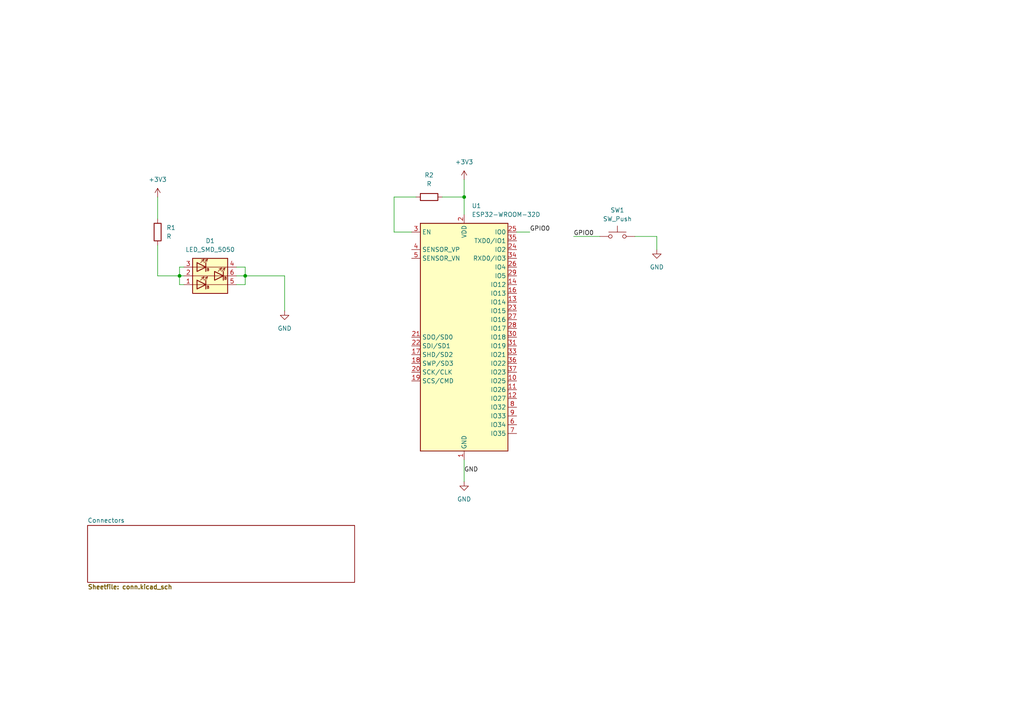
<source format=kicad_sch>
(kicad_sch (version 20231120) (generator "eeschema") (generator_version "8.0")
  (paper "A4")
  (lib_symbols
    (symbol "Alexander_Library_Symbols:LED_SMD_5050" (pin_names hide)
      (property "Reference" "D" (at -5.08 6.35 0))
      (property "Value" "LED_SMD_5050" (at -5.08 -6.35 0))
      (symbol "LED_SMD_5050_0_0"
        (text "B" (at -0.635 -3.3274 0) (effects (font (size 0.762 0.762))))
      )
      (symbol "LED_SMD_5050_0_1"
        (rectangle (start -5.08 5.08) (end 5.08 -5.08) (stroke (width 0.254)) (fill (type background)))
        (polyline (pts (xy -5.08 -2.54) (xy 5.08 -2.54)))
        (polyline (pts (xy -5.08 0) (xy 5.08 0)))
        (polyline (pts (xy -5.08 2.54) (xy 5.08 2.54)))
        (polyline (pts (xy -2.794 -1.27) (xy -1.778 -0.254)))
        (polyline (pts (xy -2.794 3.81) (xy -1.778 4.826)))
        (polyline (pts (xy -1.778 -1.27) (xy -0.762 -0.254)))
        (polyline (pts (xy -1.778 3.81) (xy -0.762 4.826)))
        (polyline (pts (xy -1.27 -1.27) (xy -1.27 -3.81)) (stroke (width 0.254)))
        (polyline (pts (xy -1.27 3.81) (xy -1.27 1.27)) (stroke (width 0.254)))
        (polyline (pts (xy 2.286 1.27) (xy 3.302 2.286)))
        (polyline (pts (xy 3.302 1.27) (xy 4.318 2.286)))
        (polyline (pts (xy 3.81 1.27) (xy 3.81 -1.27)) (stroke (width 0.254)))
        (polyline (pts (xy -2.54 4.572) (xy -1.778 4.826) (xy -2.032 4.064)))
        (polyline (pts (xy -2.032 -1.016) (xy -1.778 -0.254) (xy -2.54 -0.508)))
        (polyline (pts (xy -1.524 -0.508) (xy -0.762 -0.254) (xy -1.016 -1.016)))
        (polyline (pts (xy -1.524 4.572) (xy -0.762 4.826) (xy -1.016 4.064)))
        (polyline (pts (xy 3.048 1.524) (xy 3.302 2.286) (xy 2.54 2.032)))
        (polyline (pts (xy 3.556 2.032) (xy 4.318 2.286) (xy 4.064 1.524)))
        (polyline (pts (xy -3.81 -1.27) (xy -3.81 -3.81) (xy -1.27 -2.54) (xy -3.81 -1.27)) (stroke (width 0.254)))
        (polyline (pts (xy -3.81 3.81) (xy -3.81 1.27) (xy -1.27 2.54) (xy -3.81 3.81)) (stroke (width 0.254)))
        (polyline (pts (xy 1.27 1.27) (xy 1.27 -1.27) (xy 3.81 0) (xy 1.27 1.27)) (stroke (width 0.254)))
      )
      (symbol "LED_SMD_5050_1_0"
        (text "B" (at -0.635 1.8034 0) (effects (font (size 0.762 0.762))))
        (text "B" (at 4.4196 -0.7112 0) (effects (font (size 0.762 0.762))))
      )
      (symbol "LED_SMD_5050_1_1"
        (pin passive line (at -7.62 -2.54 0) (length 2.54) (name "AB") (number "1"))
        (pin passive line (at -7.62 0 0) (length 2.54) (name "KB") (number "2"))
        (pin passive line (at -7.62 2.54 0) (length 2.54) (name "AR") (number "3"))
        (pin passive line (at 7.62 2.54 180) (length 2.54) (name "KR") (number "4"))
        (pin passive line (at 7.62 -2.54 180) (length 2.54) (name "AG") (number "5"))
        (pin passive line (at 7.62 0 180) (length 2.54) (name "KR") (number "6"))
      )
    )
    (symbol "Device:R" (pin_numbers hide) (pin_names (offset 0))
      (property "Reference" "R" (at 2.032 0 90))
      (property "Value" "R" (at 0 0 90))
      (symbol "R_0_1"
        (rectangle (start -1.016 -2.54) (end 1.016 2.54) (stroke (width 0.254)))
      )
      (symbol "R_1_1"
        (pin passive line (at 0 3.81 270) (length 1.27) (name "~") (number "1"))
        (pin passive line (at 0 -3.81 90) (length 1.27) (name "~") (number "2"))
      )
    )
    (symbol "RF_Module:ESP32-WROOM-32D"
      (property "Reference" "U" (at -12.7 34.29 0))
      (property "Value" "ESP32-WROOM-32D" (at 1.27 34.29 0))
      (symbol "ESP32-WROOM-32D_0_1"
        (rectangle (start -12.7 33.02) (end 12.7 -33.02) (stroke (width 0.254)) (fill (type background)))
      )
      (symbol "ESP32-WROOM-32D_1_1"
        (pin power_in line (at 0 -35.56 90) (length 2.54) (name "GND") (number "1"))
        (pin bidirectional line (at 15.24 -12.7 180) (length 2.54) (name "IO25") (number "10"))
        (pin bidirectional line (at 15.24 -15.24 180) (length 2.54) (name "IO26") (number "11"))
        (pin bidirectional line (at 15.24 -17.78 180) (length 2.54) (name "IO27") (number "12"))
        (pin bidirectional line (at 15.24 10.16 180) (length 2.54) (name "IO14") (number "13"))
        (pin bidirectional line (at 15.24 15.24 180) (length 2.54) (name "IO12") (number "14"))
        (pin passive line (at 0 -35.56 90) (length 2.54) hide (name "GND") (number "15"))
        (pin bidirectional line (at 15.24 12.7 180) (length 2.54) (name "IO13") (number "16"))
        (pin bidirectional line (at -15.24 -5.08 0) (length 2.54) (name "SHD/SD2") (number "17"))
        (pin bidirectional line (at -15.24 -7.62 0) (length 2.54) (name "SWP/SD3") (number "18"))
        (pin bidirectional line (at -15.24 -12.7 0) (length 2.54) (name "SCS/CMD") (number "19"))
        (pin power_in line (at 0 35.56 270) (length 2.54) (name "VDD") (number "2"))
        (pin bidirectional line (at -15.24 -10.16 0) (length 2.54) (name "SCK/CLK") (number "20"))
        (pin bidirectional line (at -15.24 0 0) (length 2.54) (name "SDO/SD0") (number "21"))
        (pin bidirectional line (at -15.24 -2.54 0) (length 2.54) (name "SDI/SD1") (number "22"))
        (pin bidirectional line (at 15.24 7.62 180) (length 2.54) (name "IO15") (number "23"))
        (pin bidirectional line (at 15.24 25.4 180) (length 2.54) (name "IO2") (number "24"))
        (pin bidirectional line (at 15.24 30.48 180) (length 2.54) (name "IO0") (number "25"))
        (pin bidirectional line (at 15.24 20.32 180) (length 2.54) (name "IO4") (number "26"))
        (pin bidirectional line (at 15.24 5.08 180) (length 2.54) (name "IO16") (number "27"))
        (pin bidirectional line (at 15.24 2.54 180) (length 2.54) (name "IO17") (number "28"))
        (pin bidirectional line (at 15.24 17.78 180) (length 2.54) (name "IO5") (number "29"))
        (pin input line (at -15.24 30.48 0) (length 2.54) (name "EN") (number "3"))
        (pin bidirectional line (at 15.24 0 180) (length 2.54) (name "IO18") (number "30"))
        (pin bidirectional line (at 15.24 -2.54 180) (length 2.54) (name "IO19") (number "31"))
        (pin no_connect line (at -12.7 -27.94 0) (length 2.54) hide (name "NC") (number "32"))
        (pin bidirectional line (at 15.24 -5.08 180) (length 2.54) (name "IO21") (number "33"))
        (pin bidirectional line (at 15.24 22.86 180) (length 2.54) (name "RXD0/IO3") (number "34"))
        (pin bidirectional line (at 15.24 27.94 180) (length 2.54) (name "TXD0/IO1") (number "35"))
        (pin bidirectional line (at 15.24 -7.62 180) (length 2.54) (name "IO22") (number "36"))
        (pin bidirectional line (at 15.24 -10.16 180) (length 2.54) (name "IO23") (number "37"))
        (pin passive line (at 0 -35.56 90) (length 2.54) hide (name "GND") (number "38"))
        (pin passive line (at 0 -35.56 90) (length 2.54) hide (name "GND") (number "39"))
        (pin input line (at -15.24 25.4 0) (length 2.54) (name "SENSOR_VP") (number "4"))
        (pin input line (at -15.24 22.86 0) (length 2.54) (name "SENSOR_VN") (number "5"))
        (pin input line (at 15.24 -25.4 180) (length 2.54) (name "IO34") (number "6"))
        (pin input line (at 15.24 -27.94 180) (length 2.54) (name "IO35") (number "7"))
        (pin bidirectional line (at 15.24 -20.32 180) (length 2.54) (name "IO32") (number "8"))
        (pin bidirectional line (at 15.24 -22.86 180) (length 2.54) (name "IO33") (number "9"))
      )
    )
    (symbol "Switch:SW_Push" (pin_numbers hide) (pin_names (offset 1.016) hide)
      (property "Reference" "SW" (at 1.27 2.54 0))
      (property "Value" "SW_Push" (at 0 -1.524 0))
      (symbol "SW_Push_0_1"
        (circle (center -2.032 0) (radius 0.508))
        (polyline (pts (xy 0 1.27) (xy 0 3.048)))
        (polyline (pts (xy 2.54 1.27) (xy -2.54 1.27)))
        (circle (center 2.032 0) (radius 0.508))
        (pin passive line (at -5.08 0 0) (length 2.54) (name "1") (number "1"))
        (pin passive line (at 5.08 0 180) (length 2.54) (name "2") (number "2"))
      )
    )
    (symbol "power:+3V3" (power) (pin_numbers hide) (pin_names (offset 0) hide)
      (property "Value" "+3V3" (at 0 3.556 0))
      (symbol "+3V3_0_1"
        (polyline (pts (xy -0.762 1.27) (xy 0 2.54)))
        (polyline (pts (xy 0 0) (xy 0 2.54)))
        (polyline (pts (xy 0 2.54) (xy 0.762 1.27)))
      )
      (symbol "+3V3_1_1"
        (pin power_in line (at 0 0 90) (length 0) (name "~") (number "1"))
      )
    )
    (symbol "power:GND" (power) (pin_numbers hide) (pin_names (offset 0) hide)
      (property "Value" "GND" (at 0 -3.81 0))
      (symbol "GND_0_1"
        (polyline (pts (xy 0 0) (xy 0 -1.27) (xy 1.27 -1.27) (xy 0 -2.54) (xy -1.27 -1.27) (xy 0 -1.27)))
      )
      (symbol "GND_1_1"
        (pin power_in line (at 0 0 270) (length 0) (name "~") (number "1"))
      )
    )
  )
  (junction (at 52.07 80.01))
  (junction (at 134.62 57.15))
  (junction (at 71.12 80.01))
  (wire (pts (xy 128.27 57.15) (xy 134.62 57.15)))
  (wire (pts (xy 190.5 68.58) (xy 190.5 72.39)))
  (wire (pts (xy 71.12 82.55) (xy 71.12 80.01)))
  (wire (pts (xy 71.12 80.01) (xy 82.55 80.01)))
  (wire (pts (xy 68.58 82.55) (xy 71.12 82.55)))
  (wire (pts (xy 45.72 71.12) (xy 45.72 80.01)))
  (wire (pts (xy 134.62 52.07) (xy 134.62 57.15)))
  (wire (pts (xy 71.12 77.47) (xy 71.12 80.01)))
  (wire (pts (xy 68.58 77.47) (xy 71.12 77.47)))
  (wire (pts (xy 52.07 80.01) (xy 53.34 80.01)))
  (wire (pts (xy 166.37 68.58) (xy 173.99 68.58)))
  (wire (pts (xy 45.72 80.01) (xy 52.07 80.01)))
  (wire (pts (xy 114.3 67.31) (xy 114.3 57.15)))
  (wire (pts (xy 82.55 80.01) (xy 82.55 90.17)))
  (wire (pts (xy 52.07 82.55) (xy 52.07 80.01)))
  (wire (pts (xy 119.38 67.31) (xy 114.3 67.31)))
  (wire (pts (xy 68.58 80.01) (xy 71.12 80.01)))
  (wire (pts (xy 134.62 133.35) (xy 134.62 139.7)))
  (wire (pts (xy 45.72 57.15) (xy 45.72 63.5)))
  (wire (pts (xy 114.3 57.15) (xy 120.65 57.15)))
  (wire (pts (xy 134.62 57.15) (xy 134.62 62.23)))
  (wire (pts (xy 149.86 67.31) (xy 153.67 67.31)))
  (wire (pts (xy 52.07 77.47) (xy 52.07 80.01)))
  (wire (pts (xy 53.34 77.47) (xy 52.07 77.47)))
  (wire (pts (xy 53.34 82.55) (xy 52.07 82.55)))
  (wire (pts (xy 184.15 68.58) (xy 190.5 68.58)))
  (label "GND" (at 134.62 137.16 0))
  (label "GPIO0" (at 166.37 68.58 0))
  (label "GPIO0" (at 153.67 67.31 0))
  (symbol (lib_id "power:+3V3") (at 45.72 57.15 0) (unit 1)
    (property "Reference" "#PWR05" (effects (hide yes)))
    (property "Value" "+3V3" (at 45.72 52.07 0))
    (property "Description" "Power symbol creates a global label with name \"+3V3\"" (effects (hide yes)))
  )
  (symbol (lib_id "power:+3V3") (at 134.62 52.07 0) (unit 1)
    (property "Reference" "#PWR02" (effects (hide yes)))
    (property "Value" "+3V3" (at 134.62 46.99 0))
    (property "Description" "Power symbol creates a global label with name \"+3V3\"" (effects (hide yes)))
  )
  (symbol (lib_id "RF_Module:ESP32-WROOM-32D") (at 134.62 97.79 0) (unit 1)
    (property "Reference" "U1" (at 136.8141 59.69 0) (effects (justify left)))
    (property "Value" "ESP32-WROOM-32D" (at 136.8141 62.23 0) (effects (justify left)))
    (property "Footprint" "Alexander Footprint Library:ESP32-WROOM-Adapter-Legacy-v3" (effects (hide yes)))
    (property "Datasheet" "https://www.espressif.com/sites/default/files/documentation/esp32-wroom-32d_esp32-wroom-32u_datasheet_en.pdf" (effects (hide yes)))
  )
  (symbol (lib_id "Alexander_Library_Symbols:LED_SMD_5050") (at 60.96 80.01 0) (unit 1)
    (property "Reference" "D1" (at 60.96 69.85 0))
    (property "Value" "LED_SMD_5050" (at 60.96 72.39 0))
    (property "Footprint" "Alexander Footprint Library:LED_5050-6" (effects (hide yes)))
    (property "Datasheet" "https://www.cree.com/led-components/media/documents/CLS6B-FKW.pdf" (effects (hide yes)))
    (property "Description" "Cree PLCC6 3 in 1 SMD LED, PLCC-6" (effects (hide yes)))
  )
  (symbol (lib_id "Device:R") (at 45.72 67.31 0) (unit 1)
    (property "Reference" "R1" (at 48.26 66.0399 0) (effects (justify left)))
    (property "Value" "R" (at 48.26 68.5799 0) (effects (justify left)))
    (property "Footprint" "Resistor_SMD:R_1206_3216Metric_Pad1.30x1.75mm_HandSolder" (effects (hide yes)))
    (property "Description" "Resistor" (effects (hide yes)))
  )
  (symbol (lib_id "power:GND") (at 82.55 90.17 0) (unit 1)
    (property "Reference" "#PWR04" (effects (hide yes)))
    (property "Value" "GND" (at 82.55 95.25 0))
    (property "Description" "Power symbol creates a global label with name \"GND\" , ground" (effects (hide yes)))
  )
  (symbol (lib_id "power:GND") (at 190.5 72.39 0) (unit 1)
    (property "Reference" "#PWR06" (effects (hide yes)))
    (property "Value" "GND" (at 190.5 77.47 0))
    (property "Description" "Power symbol creates a global label with name \"GND\" , ground" (effects (hide yes)))
  )
  (symbol (lib_id "power:GND") (at 134.62 139.7 0) (unit 1)
    (property "Reference" "#PWR03" (effects (hide yes)))
    (property "Value" "GND" (at 134.62 144.78 0))
    (property "Description" "Power symbol creates a global label with name \"GND\" , ground" (effects (hide yes)))
  )
  (symbol (lib_id "Switch:SW_Push") (at 179.07 68.58 0) (unit 1)
    (property "Reference" "SW1" (at 179.07 60.96 0))
    (property "Value" "SW_Push" (at 179.07 63.5 0))
    (property "Footprint" "Alexander Footprint Library:SW_SPST_6x3" (effects (hide yes)))
    (property "Description" "Push button switch, generic, two pins" (effects (hide yes)))
  )
  (symbol (lib_id "Device:R") (at 124.46 57.15 270) (unit 1)
    (property "Reference" "R2" (at 124.46 50.8 90))
    (property "Value" "R" (at 124.46 53.34 90))
    (property "Footprint" "Resistor_SMD:R_1206_3216Metric_Pad1.30x1.75mm_HandSolder" (effects (hide yes)))
    (property "Description" "Resistor" (effects (hide yes)))
  )
  (sheet (at 25.4 152.4) (size 77.47 16.51) (stroke (width 0.1524) (color 132 0 0 1))
    (property "Sheetname" "Connectors" (at 25.4 151.6884 0) (effects (justify left bottom)))
    (property "Sheetfile" "conn.kicad_sch" (at 25.4 169.4946 0) (show_name yes) (effects (font (bold yes)) (justify left top)))
  )
)
</source>
